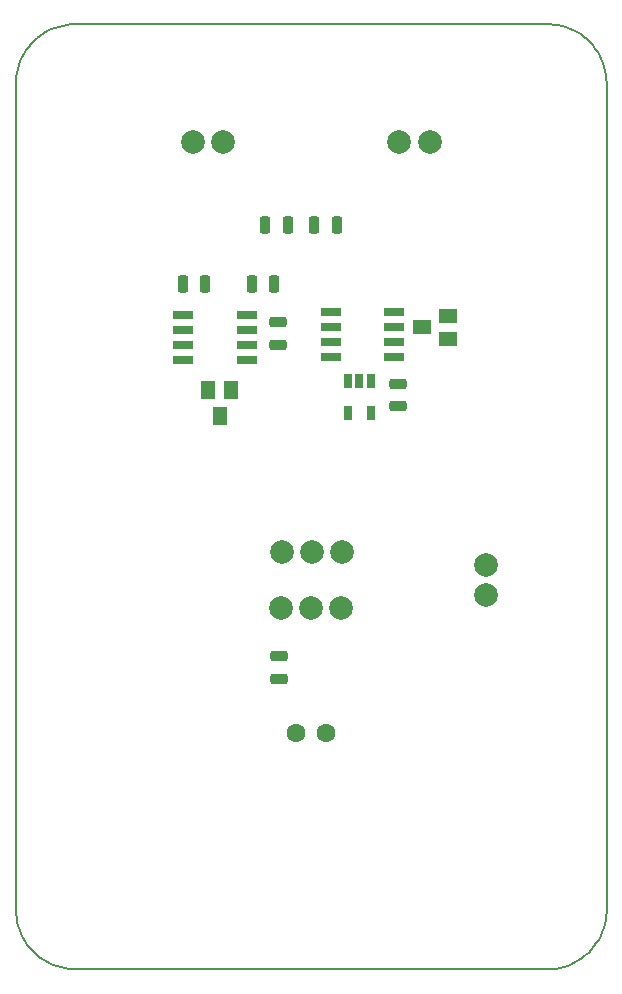
<source format=gts>
%FSDAX24Y24*%
%MOIN*%
%SFA1B1*%

%IPPOS*%
%AMD23*
4,1,8,-0.029600,0.006900,-0.029600,-0.006900,-0.018700,-0.017800,0.018700,-0.017800,0.029600,-0.006900,0.029600,0.006900,0.018700,0.017800,-0.018700,0.017800,-0.029600,0.006900,0.0*
1,1,0.021800,-0.018700,0.006900*
1,1,0.021800,-0.018700,-0.006900*
1,1,0.021800,0.018700,-0.006900*
1,1,0.021800,0.018700,0.006900*
%
%AMD24*
4,1,8,-0.006900,-0.029600,0.006900,-0.029600,0.017800,-0.018700,0.017800,0.018700,0.006900,0.029600,-0.006900,0.029600,-0.017800,0.018700,-0.017800,-0.018700,-0.006900,-0.029600,0.0*
1,1,0.021800,-0.006900,-0.018700*
1,1,0.021800,0.006900,-0.018700*
1,1,0.021800,0.006900,0.018700*
1,1,0.021800,-0.006900,0.018700*
%
%ADD17C,0.007900*%
G04~CAMADD=23~8~0.0~0.0~356.0~592.0~109.0~0.0~15~0.0~0.0~0.0~0.0~0~0.0~0.0~0.0~0.0~0~0.0~0.0~0.0~90.0~592.0~356.0*
%ADD23D23*%
G04~CAMADD=24~8~0.0~0.0~356.0~592.0~109.0~0.0~15~0.0~0.0~0.0~0.0~0~0.0~0.0~0.0~0.0~0~0.0~0.0~0.0~180.0~356.0~592.0*
%ADD24D24*%
%ADD25R,0.063100X0.047400*%
%ADD26R,0.047400X0.063100*%
%ADD27R,0.069000X0.031600*%
%ADD28R,0.029100X0.046900*%
%ADD29C,0.063100*%
%ADD30C,0.078900*%
%LNcurrentsource-1*%
%LPD*%
G54D17*
X039370Y041340D02*
D01*
X039374Y041202*
X039389Y041065*
X039413Y040930*
X039446Y040797*
X039488Y040666*
X039540Y040539*
X039600Y040415*
X039669Y040296*
X039746Y040182*
X039830Y040074*
X039922Y039972*
X040021Y039876*
X040126Y039788*
X040237Y039707*
X040354Y039634*
X040475Y039570*
X040601Y039514*
X040730Y039467*
X040862Y039429*
X040997Y039400*
X041133Y039381*
X041270Y039372*
X041339Y039371*
X057087D02*
D01*
X057224Y039375*
X057361Y039390*
X057496Y039414*
X057629Y039447*
X057760Y039489*
X057887Y039541*
X058011Y039601*
X058130Y039670*
X058244Y039747*
X058352Y039831*
X058454Y039923*
X058550Y040022*
X058638Y040127*
X058719Y040238*
X058792Y040355*
X058856Y040476*
X058912Y040602*
X058959Y040731*
X058997Y040863*
X059026Y040998*
X059045Y041134*
X059054Y041271*
X059055Y041340*
Y068899D02*
D01*
X059050Y069036*
X059035Y069173*
X059011Y069308*
X058978Y069441*
X058936Y069572*
X058884Y069699*
X058824Y069823*
X058755Y069942*
X058678Y070056*
X058594Y070164*
X058502Y070266*
X058403Y070362*
X058298Y070450*
X058187Y070531*
X058070Y070604*
X057949Y070668*
X057823Y070724*
X057694Y070771*
X057562Y070809*
X057427Y070838*
X057291Y070857*
X057154Y070866*
X057087Y070868*
X041339D02*
D01*
X041201Y070863*
X041064Y070848*
X040929Y070824*
X040796Y070791*
X040665Y070749*
X040538Y070697*
X040414Y070637*
X040295Y070568*
X040181Y070491*
X040073Y070407*
X039971Y070315*
X039875Y070216*
X039787Y070111*
X039706Y070000*
X039633Y069883*
X039569Y069762*
X039513Y069636*
X039466Y069507*
X039428Y069375*
X039399Y069240*
X039380Y069104*
X039371Y068967*
X039370Y068899*
Y041340D02*
Y068899D01*
X041339Y039371D02*
X057087Y039372D01*
X059055Y068899D02*
Y041340D01*
X041339Y070868D02*
X057087D01*
G54D23*
X048110Y060934D03*
Y060186D03*
X052110Y058884D03*
Y058136D03*
X048150Y049046D03*
Y049794D03*
G54D24*
X047236Y062210D03*
X047984D03*
X045684D03*
X044936D03*
X047676Y064180D03*
X048424D03*
X049316D03*
X050064D03*
G54D25*
X053783Y061134D03*
Y060386D03*
X052917Y060760D03*
G54D26*
X045786Y058683D03*
X046534D03*
X046160Y057817D03*
G54D27*
X049860Y060760D03*
Y061260D03*
Y060260D03*
Y059760D03*
X051986Y061260D03*
Y060760D03*
Y059760D03*
Y060260D03*
X047060Y060184D03*
Y059684D03*
Y060684D03*
Y061184D03*
X044934Y059684D03*
Y060184D03*
Y061184D03*
Y060684D03*
G54D28*
X050439Y057909D03*
X051187D03*
X050439Y058972D03*
X050813D03*
X051187D03*
G54D29*
X048713Y047244D03*
X049713D03*
G54D30*
X048213Y051420D03*
X049213D03*
X050213D03*
X045276Y066929D03*
X046284D03*
X052150D03*
X053158D03*
X050240Y053290D03*
X049240D03*
X048240D03*
X055020Y052840D03*
Y051831D03*
M02*
</source>
